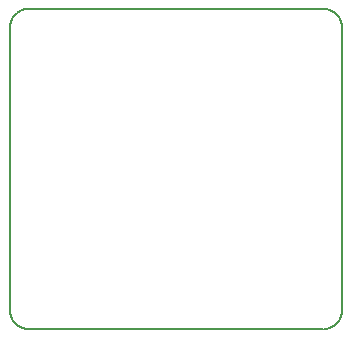
<source format=gko>
G04*
G04 #@! TF.GenerationSoftware,Altium Limited,Altium Designer,19.0.15 (446)*
G04*
G04 Layer_Color=16711935*
%FSLAX25Y25*%
%MOIN*%
G70*
G01*
G75*
%ADD25C,0.00787*%
D25*
X104727Y0D02*
X105686Y86D01*
X106620Y318D01*
X107507Y692D01*
X108326Y1198D01*
X109057Y1824D01*
X109683Y2555D01*
X110189Y3374D01*
X110563Y4261D01*
X110795Y5195D01*
X110881Y6154D01*
X110881Y100250D02*
X110881Y100323D01*
X110881Y100397D01*
X110881Y100394D02*
X110881Y100397D01*
X110795Y101356D01*
X110563Y102290D01*
X110189Y103177D01*
X109683Y103996D01*
X109057Y104727D01*
X108326Y105353D01*
X107507Y105859D01*
X106620Y106233D01*
X105686Y106465D01*
X104727Y106551D01*
X104724Y106551D01*
X6299D02*
X6228Y106541D01*
X6228D02*
X6154Y106551D01*
X5195Y106465D01*
X4261Y106233D01*
X3374Y105859D01*
X2555Y105353D01*
X1824Y104727D01*
X1198Y103996D01*
X692Y103177D01*
X318Y102290D01*
X86Y101356D01*
X0Y100397D01*
X0Y100250D01*
X0Y6154D02*
X88Y5181D01*
X328Y4233D01*
X712Y3335D01*
X1233Y2508D01*
X1876Y1772D01*
X2626Y1147D01*
X3465Y646D01*
X4372Y282D01*
X5325Y65D01*
X6300Y0D01*
X110881Y100250D02*
X110881Y100323D01*
X110881Y100397D01*
X110881Y100394D02*
X110881Y100397D01*
X110795Y101356D01*
X110563Y102290D01*
X110189Y103177D01*
X109683Y103996D01*
X109057Y104727D01*
X108326Y105353D01*
X107507Y105859D01*
X106620Y106233D01*
X105686Y106465D01*
X104727Y106551D01*
X104724Y106551D01*
X6299D02*
X6228Y106541D01*
X6228D02*
X6154Y106551D01*
X5195Y106465D01*
X4261Y106233D01*
X3374Y105859D01*
X2555Y105353D01*
X1824Y104727D01*
X1198Y103996D01*
X692Y103177D01*
X318Y102290D01*
X86Y101356D01*
X0Y100397D01*
X0Y100250D01*
Y6154D02*
Y100250D01*
X110881Y6154D02*
X110881Y6154D01*
X110881Y6154D02*
Y100250D01*
X6300Y0D02*
X104581D01*
X110881Y100397D02*
X110881Y100394D01*
X6299Y106551D02*
X104724D01*
X6228Y106541D02*
X6228D01*
X110881Y100397D02*
X110881Y100394D01*
X6299Y106551D02*
X104724D01*
X6228Y106541D02*
X6228D01*
M02*

</source>
